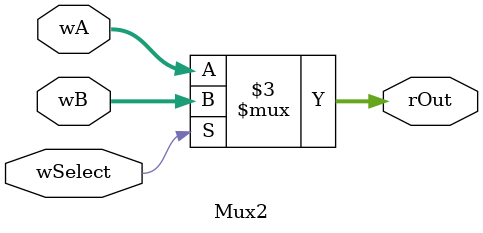
<source format=v>
module Mux2 # ( parameter SIZE=6 )
(
	input wire				wSelect,
	input wire	[SIZE-1:0]	wA,
	input wire	[SIZE-1:0]	wB,
	output reg  [SIZE-1:0]	rOut
);

always @(wSelect)
	begin
		if(wSelect)
			rOut<=wB;
		else
			rOut<=wA;
	end
endmodule

/*

Mux2 #(8) Mux_A
(
	.wSelect(rMux_a_sel),
	.wA(),
	.wB(rC),
	.rOut()
);

Mux2 #(8) Mux_B
(
	.wSelect(rMux_b_sel),
	.wA(),
	.wB(rC),
	.rOut()
);*/

</source>
